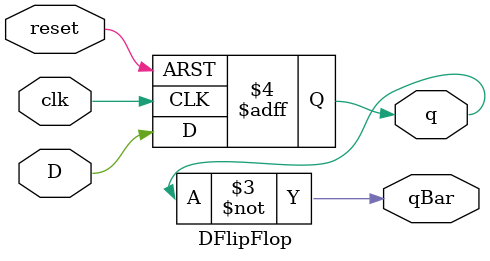
<source format=v>
module rippleCounter(clk, reset, count);
	input clk, reset;
	output [3:0] count;
	wire   [3:0] count, countbar;
	
	DFlipFlop bit0(.clk(clk),         .reset(reset), .D(countbar[0]), .q(count[0]), .qBar(countbar[0]));
	DFlipFlop bit1(.clk(countbar[0]), .reset(reset), .D(countbar[1]), .q(count[1]), .qBar(countbar[1]));
	DFlipFlop bit2(.clk(countbar[1]), .reset(reset), .D(countbar[2]), .q(count[2]), .qBar(countbar[2]));
	DFlipFlop bit3(.clk(countbar[2]), .reset(reset), .D(countbar[3]), .q(count[3]), .qBar(countbar[3]));

endmodule

module DFlipFlop(q, qBar, D, clk, reset);
	input D, clk, reset;
	output q, qBar;
	reg q;
	
	not n1 (qBar, q);
		
		always @	(negedge reset or posedge clk)
		begin
			if(!reset)
				q = 0;
			else
				q = D;
		end
endmodule

</source>
